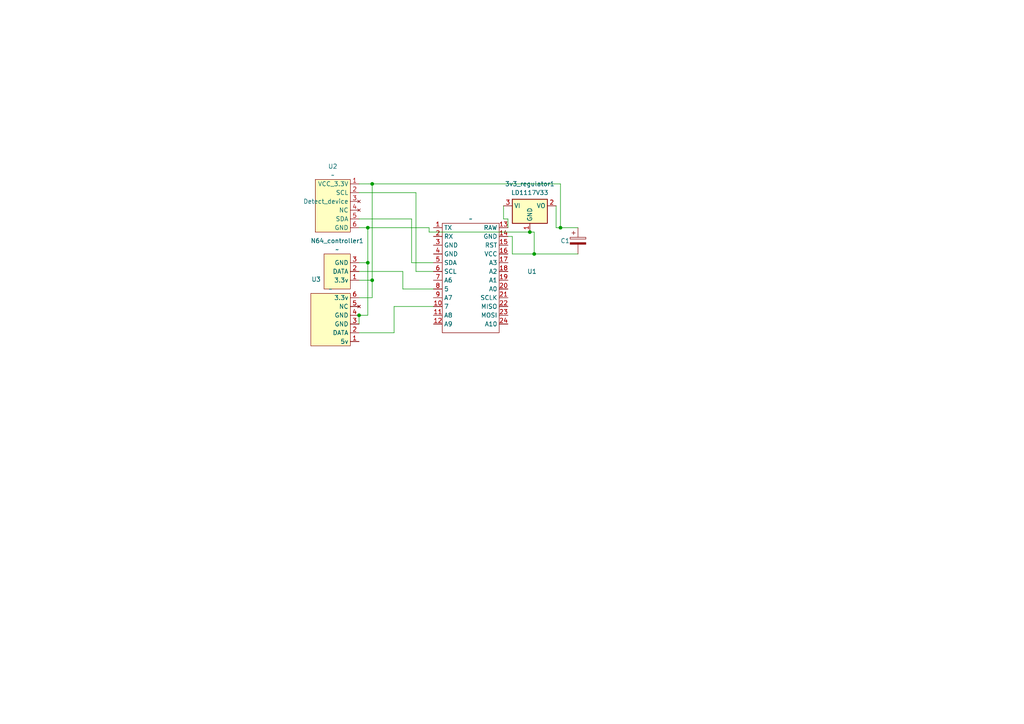
<source format=kicad_sch>
(kicad_sch (version 20231120) (generator "eeschema") (generator_version "8.0")
  (paper "A4")
  (lib_symbols
    (symbol "PCM_Capacitor_AKL:CP_Radial_D10.0mm_P5.00mm" (pin_numbers hide) (pin_names (offset 0.254))
      (property "Reference" "C" (at 0.635 2.54 0))
      (property "Value" "CP_Radial_D10.0mm_P5.00mm" (at 0.635 -2.54 0))
      (symbol "CP_Radial_D10.0mm_P5.00mm_0_1"
        (rectangle (start -2.286 0.508) (end 2.286 1.016))
        (polyline (pts (xy -1.778 2.286) (xy -0.762 2.286)))
        (polyline (pts (xy -1.27 2.794) (xy -1.27 1.778)))
        (rectangle (start 2.286 -0.508) (end -2.286 -1.016) (fill (type outline)))
      )
      (symbol "CP_Radial_D10.0mm_P5.00mm_1_1"
        (pin passive line (at 0 3.81 270) (length 2.794) (name "~") (number "1"))
        (pin passive line (at 0 -3.81 90) (length 2.794) (name "~") (number "2"))
      )
    )
    (symbol "Symbols_cez:Arduino_pro_micro"
      (property "Reference" "U" (at 21.59 -26.924 0))
      (symbol "Arduino_pro_micro_0_1"
        (rectangle (start 13.97 6.35) (end 30.48 -25.4))
      )
      (symbol "Arduino_pro_micro_1_1"
        (pin input line (at 11.43 5.08 0) (length 2.54) (name "TX") (number "1"))
        (pin input line (at 11.43 -17.78 0) (length 2.54) (name "7") (number "10"))
        (pin input line (at 11.43 -20.32 0) (length 2.54) (name "A8") (number "11"))
        (pin input line (at 11.43 -22.86 0) (length 2.54) (name "A9") (number "12"))
        (pin input line (at 33.02 5.08 180) (length 2.54) (name "RAW") (number "13"))
        (pin input line (at 33.02 2.54 180) (length 2.54) (name "GND") (number "14"))
        (pin input line (at 33.02 0 180) (length 2.54) (name "RST") (number "15"))
        (pin input line (at 33.02 -2.54 180) (length 2.54) (name "VCC") (number "16"))
        (pin input line (at 33.02 -5.08 180) (length 2.54) (name "A3") (number "17"))
        (pin input line (at 33.02 -7.62 180) (length 2.54) (name "A2") (number "18"))
        (pin input line (at 33.02 -10.16 180) (length 2.54) (name "A1") (number "19"))
        (pin input line (at 11.43 2.54 0) (length 2.54) (name "RX") (number "2"))
        (pin input line (at 33.02 -12.7 180) (length 2.54) (name "A0") (number "20"))
        (pin input line (at 33.02 -15.24 180) (length 2.54) (name "SCLK") (number "21"))
        (pin input line (at 33.02 -17.78 180) (length 2.54) (name "MISO") (number "22"))
        (pin input line (at 33.02 -20.32 180) (length 2.54) (name "MOSI") (number "23"))
        (pin input line (at 33.02 -22.86 180) (length 2.54) (name "A10") (number "24"))
        (pin input line (at 11.43 0 0) (length 2.54) (name "GND") (number "3"))
        (pin input line (at 11.43 -2.54 0) (length 2.54) (name "GND") (number "4"))
        (pin input line (at 11.43 -5.08 0) (length 2.54) (name "SDA") (number "5"))
        (pin input line (at 11.43 -7.62 0) (length 2.54) (name "SCL") (number "6"))
        (pin input line (at 11.43 -10.16 0) (length 2.54) (name "A6") (number "7"))
        (pin input line (at 11.43 -12.7 0) (length 2.54) (name "5") (number "8"))
        (pin input line (at 11.43 -15.24 0) (length 2.54) (name "A7") (number "9"))
      )
    )
    (symbol "Symbols_cez:Gamecube_controller"
      (property "Reference" "U" (at 13.716 -10.668 0))
      (symbol "Gamecube_controller_0_1"
        (rectangle (start 1.27 3.81) (end 12.7 -11.43) (fill (type background)))
      )
      (symbol "Gamecube_controller_1_1"
        (pin power_in line (at -1.27 2.54 0) (length 2.54) (name "5v") (number "1"))
        (pin passive line (at -1.27 0 0) (length 2.54) (name "DATA") (number "2"))
        (pin passive line (at -1.27 -2.54 0) (length 2.54) (name "GND") (number "3"))
        (pin passive line (at -1.27 -5.08 0) (length 2.54) (name "GND") (number "4"))
        (pin no_connect line (at -1.27 -7.62 0) (length 2.54) (name "NC") (number "5"))
        (pin power_in line (at -1.27 -10.16 0) (length 2.54) (name "3.3v") (number "6"))
      )
    )
    (symbol "Symbols_cez:LD1117V33"
      (property "Reference" "3v3_regulator" (at 11.938 -4.318 0))
      (property "Value" "LD1117V33" (at -5.334 3.302 0))
      (symbol "LD1117V33_0_1"
        (rectangle (start -5.08 -5.08) (end 5.08 1.905) (stroke (width 0.254)) (fill (type background)))
      )
      (symbol "LD1117V33_1_1"
        (pin power_in line (at 0 -7.62 90) (length 2.54) (name "GND") (number "1"))
        (pin power_out line (at 7.62 0 180) (length 2.54) (name "VO") (number "2"))
        (pin power_in line (at -7.62 0 0) (length 2.54) (name "VI") (number "3"))
      )
    )
    (symbol "Symbols_cez:N64_controller"
      (property "Reference" "N64_controller" (at 5.842 7.874 0))
      (symbol "N64_controller_0_1"
        (rectangle (start 2.54 6.35) (end 10.16 -3.81) (fill (type background)))
      )
      (symbol "N64_controller_1_1"
        (pin power_in line (at 0 3.81 0) (length 2.54) (name "3.3v") (number "1"))
        (pin passive line (at 0 1.27 0) (length 2.54) (name "DATA") (number "2"))
        (pin passive line (at 0 -1.27 0) (length 2.54) (name "GND") (number "3"))
      )
    )
    (symbol "Symbols_cez:Wii_nunchuk"
      (property "Reference" "U" (at -1.778 -3.048 0))
      (symbol "Wii_nunchuk_1_1"
        (rectangle (start 0 11.43) (end 10.16 -3.81) (fill (type background)))
        (pin power_in line (at 12.7 10.16 180) (length 2.54) (name "VCC_3.3V") (number "1"))
        (pin passive line (at 12.7 7.62 180) (length 2.54) (name "SCL") (number "2"))
        (pin no_connect line (at 12.7 5.08 180) (length 2.54) (name "Detect_device") (number "3"))
        (pin no_connect line (at 12.7 2.54 180) (length 2.54) (name "NC") (number "4"))
        (pin passive line (at 12.7 0 180) (length 2.54) (name "SDA") (number "5"))
        (pin passive line (at 12.7 -2.54 180) (length 2.54) (name "GND") (number "6"))
      )
    )
  )
  (junction (at 153.67 67.31))
  (junction (at 154.94 73.66))
  (junction (at 106.68 66.04))
  (junction (at 162.56 66.04))
  (junction (at 107.95 81.28))
  (junction (at 107.95 53.34))
  (junction (at 104.14 91.44))
  (junction (at 106.68 76.2))
  (wire (pts (xy 146.05 59.69) (xy 146.05 63.5)))
  (wire (pts (xy 148.59 73.66) (xy 154.94 73.66)))
  (wire (pts (xy 104.14 55.88) (xy 120.65 55.88)))
  (wire (pts (xy 119.38 76.2) (xy 119.38 63.5)))
  (wire (pts (xy 124.46 66.04) (xy 124.46 67.31)))
  (wire (pts (xy 104.14 91.44) (xy 106.68 91.44)))
  (wire (pts (xy 116.84 78.74) (xy 116.84 83.82)))
  (wire (pts (xy 154.94 67.31) (xy 154.94 73.66)))
  (wire (pts (xy 104.14 78.74) (xy 116.84 78.74)))
  (wire (pts (xy 116.84 83.82) (xy 125.73 83.82)))
  (wire (pts (xy 147.32 68.58) (xy 148.59 68.58)))
  (wire (pts (xy 162.56 53.34) (xy 107.95 53.34)))
  (wire (pts (xy 106.68 91.44) (xy 106.68 76.2)))
  (wire (pts (xy 153.67 67.31) (xy 154.94 67.31)))
  (wire (pts (xy 161.29 59.69) (xy 161.29 66.04)))
  (wire (pts (xy 114.3 88.9) (xy 114.3 96.52)))
  (wire (pts (xy 167.64 66.04) (xy 162.56 66.04)))
  (wire (pts (xy 114.3 96.52) (xy 104.14 96.52)))
  (wire (pts (xy 107.95 53.34) (xy 107.95 81.28)))
  (wire (pts (xy 161.29 66.04) (xy 162.56 66.04)))
  (wire (pts (xy 124.46 67.31) (xy 153.67 67.31)))
  (wire (pts (xy 146.05 63.5) (xy 147.32 63.5)))
  (wire (pts (xy 104.14 86.36) (xy 107.95 86.36)))
  (wire (pts (xy 119.38 63.5) (xy 104.14 63.5)))
  (wire (pts (xy 107.95 53.34) (xy 104.14 53.34)))
  (wire (pts (xy 107.95 86.36) (xy 107.95 81.28)))
  (wire (pts (xy 106.68 76.2) (xy 104.14 76.2)))
  (wire (pts (xy 106.68 76.2) (xy 106.68 66.04)))
  (wire (pts (xy 106.68 66.04) (xy 124.46 66.04)))
  (wire (pts (xy 120.65 78.74) (xy 125.73 78.74)))
  (wire (pts (xy 154.94 73.66) (xy 167.64 73.66)))
  (wire (pts (xy 148.59 68.58) (xy 148.59 73.66)))
  (wire (pts (xy 104.14 81.28) (xy 107.95 81.28)))
  (wire (pts (xy 120.65 55.88) (xy 120.65 78.74)))
  (wire (pts (xy 162.56 66.04) (xy 162.56 53.34)))
  (wire (pts (xy 147.32 63.5) (xy 147.32 66.04)))
  (wire (pts (xy 106.68 66.04) (xy 104.14 66.04)))
  (wire (pts (xy 104.14 91.44) (xy 104.14 93.98)))
  (wire (pts (xy 125.73 88.9) (xy 114.3 88.9)))
  (wire (pts (xy 125.73 76.2) (xy 119.38 76.2)))
  (symbol (lib_id "PCM_Capacitor_AKL:CP_Radial_D10.0mm_P5.00mm") (at 167.64 69.85 0) (unit 1)
    (property "Reference" "C1" (at 162.56 69.85 0) (effects (justify left)))
    (property "Value" "CP_Radial_D10.0mm_P5.00mm" (effects (hide yes)))
    (property "Footprint" "Capacitor_THT:CP_Radial_D14.0mm_P5.00mm" (effects (hide yes)))
    (property "Description" "THT Electrolytic Capacitor, 10.0mm Diameter, 5.00mm Pitch, European Symbol, Alternate KiCad Library" (effects (hide yes)))
  )
  (symbol (lib_id "Symbols_cez:LD1117V33") (at 153.67 59.69 0) (unit 1)
    (property "Reference" "3v3_regulator1" (at 153.67 53.34 0))
    (property "Value" "LD1117V33" (at 153.67 55.88 0))
    (property "Footprint" "Package_TO_SOT_THT:TO-220-3_Horizontal_TabDown" (effects (hide yes)))
    (property "Description" "800mA 3.3V Regulator" (effects (hide yes)))
  )
  (symbol (lib_id "Symbols_cez:Arduino_pro_micro") (at 114.3 71.12 0) (unit 1)
    (property "Reference" "U1" (at 154.305 78.74 0))
    (property "Value" "~" (at 136.525 63.5 0))
    (property "Footprint" "Footprints_cez:Arduino pro micro" (effects (hide yes)))
  )
  (symbol (lib_id "Symbols_cez:N64_controller") (at 104.14 77.47 180) (unit 1)
    (property "Reference" "N64_controller1" (at 97.79 69.85 0))
    (property "Value" "~" (at 97.79 72.39 0))
    (property "Footprint" "Footprints_cez:N64_controller" (effects (hide yes)))
  )
  (symbol (lib_id "Symbols_cez:Wii_nunchuk") (at 91.44 63.5 0) (unit 1)
    (property "Reference" "U2" (at 96.52 48.26 0))
    (property "Value" "~" (at 96.52 50.8 0))
    (property "Footprint" "Footprints_cez:CONN_WII" (effects (hide yes)))
  )
  (symbol (lib_id "Symbols_cez:Gamecube_controller") (at 102.87 96.52 180) (unit 1)
    (property "Reference" "U3" (at 91.694 81.026 0))
    (property "Value" "~" (at 95.885 83.82 0))
    (property "Footprint" "Footprints_cez:Gamecube controller" (effects (hide yes)))
  )
)
</source>
